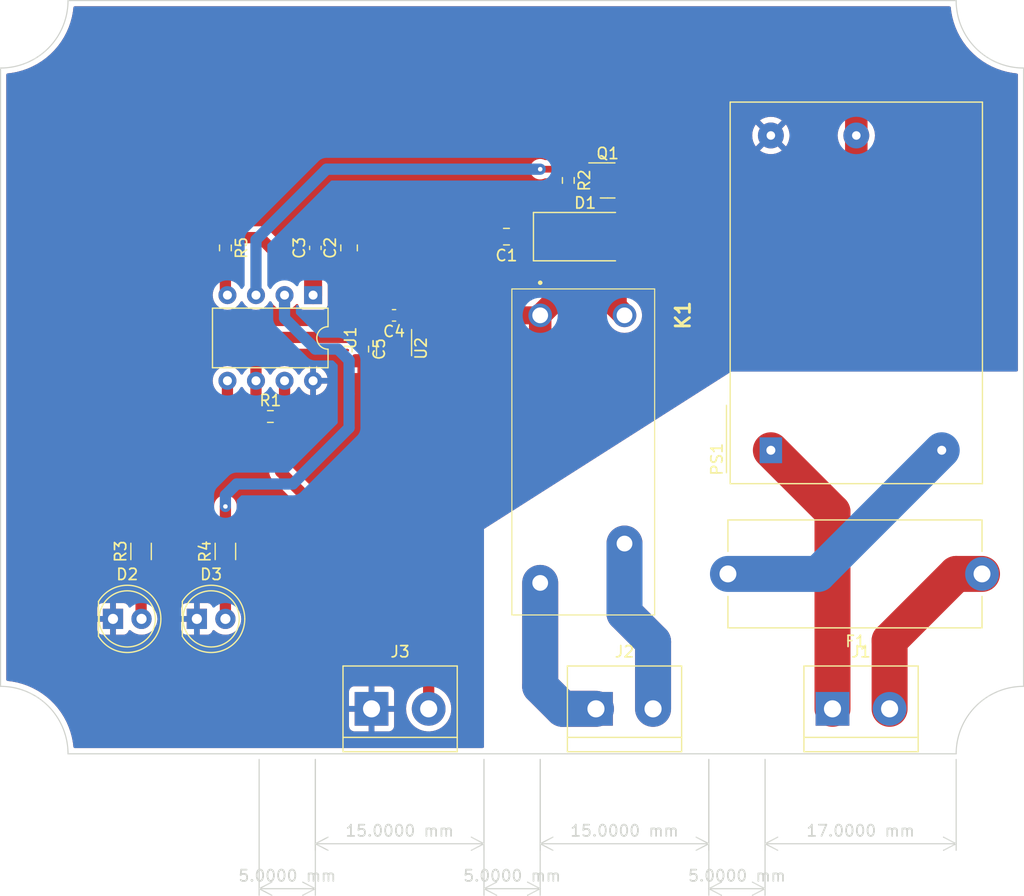
<source format=kicad_pcb>
(kicad_pcb (version 20211014) (generator pcbnew)
  (title_block (title "Fridge controller") (date "2023-02-26") (company "(C) Adrien RICCIARDI"))
  (layers (0 "F.Cu" signal) (31 "B.Cu" signal) (34 "B.Paste" user) (35 "F.Paste" user) (36 "B.SilkS" user "B.Silkscreen") (37 "F.SilkS" user "F.Silkscreen") (38 "B.Mask" user) (39 "F.Mask" user) (44 "Edge.Cuts" user))
  (net 0 "")
  (net 1 "+5V")
  (net 2 "GND")
  (net 3 "+4V")
  (net 4 "Net-(D1-Pad2)")
  (net 5 "Net-(D2-Pad2)")
  (net 6 "Net-(D3-Pad2)")
  (net 7 "Net-(F1-Pad1)")
  (net 8 "Net-(F1-Pad2)")
  (net 9 "Net-(J1-Pad1)")
  (net 10 "Net-(J2-Pad1)")
  (net 11 "Net-(J2-Pad2)")
  (net 12 "Net-(J3-Pad2)")
  (net 13 "Net-(Q1-Pad1)")
  (net 14 "Net-(R3-Pad2)")
  (net 15 "Net-(R4-Pad2)")
  (net 16 "Net-(R5-Pad2)")
  (footprint "LED_THT:LED_D5.0mm" (layer "F.Cu") (at 110 128)
    (fp_text reference "D2" (at 1.27 -3.96) (layer "F.SilkS"))
    (fp_text value "Power")
    (fp_line (start -1.29 -1.545) (end -1.29 1.545) (layer "F.SilkS") (width 0.12))
    (fp_arc (start -1.29 -1.54483) (mid 2.072002 -2.880433) (end 4.26 0.000462) (layer "F.SilkS") (width 0.12))
    (fp_arc (start 4.26 -0.000462) (mid 2.072002 2.880433) (end -1.29 1.54483) (layer "F.SilkS") (width 0.12))
    (fp_circle (center 1.27 0) (end 3.77 0) (layer "F.SilkS") (width 0.12) (fill none))
    (pad "1" thru_hole rect (at 0 0) (size 1.8 1.8) (drill 0.9) (layers *.Cu *.Mask) (net 2 "GND"))
    (pad "2" thru_hole circle (at 2.54 0) (size 1.8 1.8) (drill 0.9) (layers *.Cu *.Mask) (net 5 "Net-(D2-Pad2)"))
  )
  (footprint "Resistor_SMD:R_0603_1608Metric_Pad0.98x0.95mm_HandSolder" (layer "F.Cu") (at 124 110)
    (fp_text reference "R1" (at 0 -1.43) (layer "F.SilkS"))
    (fp_text value "10K")
    (fp_line (start -0.254724 -0.5225) (end 0.254724 -0.5225) (layer "F.SilkS") (width 0.12))
    (fp_line (start -0.254724 0.5225) (end 0.254724 0.5225) (layer "F.SilkS") (width 0.12))
    (pad "1" smd roundrect (at -0.9125 0) (size 0.975 0.95) (layers "F.Cu" "F.Paste" "F.Mask") (net 3 "+4V"))
    (pad "2" smd roundrect (at 0.9125 0) (size 0.975 0.95) (layers "F.Cu" "F.Paste" "F.Mask") (net 12 "Net-(J3-Pad2)"))
  )
  (footprint "Capacitor_SMD:C_0805_2012Metric_Pad1.18x1.45mm_HandSolder" (layer "F.Cu") (at 145 94 180)
    (fp_text reference "C1" (at 0 -1.68) (layer "F.SilkS"))
    (fp_text value "2.2u")
    (fp_line (start -0.261252 -0.735) (end 0.261252 -0.735) (layer "F.SilkS") (width 0.12))
    (fp_line (start -0.261252 0.735) (end 0.261252 0.735) (layer "F.SilkS") (width 0.12))
    (pad "1" smd roundrect (at -1.0375 0 180) (size 1.175 1.45) (layers "F.Cu" "F.Paste" "F.Mask") (roundrect_rratio 0.212766) (net 1 "+5V"))
    (pad "2" smd roundrect (at 1.0375 0 180) (size 1.175 1.45) (layers "F.Cu" "F.Paste" "F.Mask") (roundrect_rratio 0.212766) (net 2 "GND"))
  )
  (footprint "Package_DIP:DIP-8_W7.62mm" (layer "F.Cu") (at 127.8 99.2 -90)
    (fp_text reference "U1" (at 3.81 -3.33 90) (layer "F.SilkS"))
    (fp_text value "PIC12F683-IP")
    (fp_line (start 6.46 -1.33) (end 4.81 -1.33) (layer "F.SilkS") (width 0.12))
    (fp_line (start 1.16 8.95) (end 6.46 8.95) (layer "F.SilkS") (width 0.12))
    (fp_line (start 2.81 -1.33) (end 1.16 -1.33) (layer "F.SilkS") (width 0.12))
    (fp_line (start 1.16 -1.33) (end 1.16 8.95) (layer "F.SilkS") (width 0.12))
    (fp_line (start 6.46 8.95) (end 6.46 -1.33) (layer "F.SilkS") (width 0.12))
    (fp_arc (start 4.81 -1.33) (mid 3.81 -0.33) (end 2.81 -1.33) (layer "F.SilkS") (width 0.12))
    (pad "1" thru_hole rect (at 0 0 270) (size 1.6 1.6) (drill 0.8) (layers *.Cu *.Mask) (net 1 "+5V"))
    (pad "2" thru_hole oval (at 0 2.54 270) (size 1.6 1.6) (drill 0.8) (layers *.Cu *.Mask) (net 15 "Net-(R4-Pad2)"))
    (pad "3" thru_hole oval (at 0 5.08 270) (size 1.6 1.6) (drill 0.8) (layers *.Cu *.Mask) (net 13 "Net-(Q1-Pad1)"))
    (pad "4" thru_hole oval (at 0 7.62 270) (size 1.6 1.6) (drill 0.8) (layers *.Cu *.Mask) (net 16 "Net-(R5-Pad2)"))
    (pad "5" thru_hole oval (at 7.62 7.62 270) (size 1.6 1.6) (drill 0.8) (layers *.Cu *.Mask) (net 14 "Net-(R3-Pad2)"))
    (pad "6" thru_hole oval (at 7.62 5.08 270) (size 1.6 1.6) (drill 0.8) (layers *.Cu *.Mask) (net 3 "+4V"))
    (pad "7" thru_hole oval (at 7.62 2.54 270) (size 1.6 1.6) (drill 0.8) (layers *.Cu *.Mask) (net 12 "Net-(J3-Pad2)"))
    (pad "8" thru_hole oval (at 7.62 0 270) (size 1.6 1.6) (drill 0.8) (layers *.Cu *.Mask) (net 2 "GND"))
  )
  (footprint "Resistor_SMD:R_0603_1608Metric_Pad0.98x0.95mm_HandSolder" (layer "F.Cu") (at 150.5 89 -90)
    (fp_text reference "R2" (at 0 -1.43 90) (layer "F.SilkS"))
    (fp_text value "10K")
    (fp_line (start -0.254724 -0.5225) (end 0.254724 -0.5225) (layer "F.SilkS") (width 0.12))
    (fp_line (start -0.254724 0.5225) (end 0.254724 0.5225) (layer "F.SilkS") (width 0.12))
    (pad "1" smd roundrect (at -0.9125 0 270) (size 0.975 0.95) (layers "F.Cu" "F.Paste" "F.Mask") (net 13 "Net-(Q1-Pad1)"))
    (pad "2" smd roundrect (at 0.9125 0 270) (size 0.975 0.95) (layers "F.Cu" "F.Paste" "F.Mask") (net 2 "GND"))
  )
  (footprint "Resistor_SMD:R_1206_3216Metric_Pad1.30x1.75mm_HandSolder" (layer "F.Cu") (at 120 122 90)
    (fp_text reference "R4" (at 0 -1.82 90) (layer "F.SilkS"))
    (fp_text value "270")
    (fp_line (start -0.727064 -0.91) (end 0.727064 -0.91) (layer "F.SilkS") (width 0.12))
    (fp_line (start -0.727064 0.91) (end 0.727064 0.91) (layer "F.SilkS") (width 0.12))
    (pad "1" smd roundrect (at -1.55 0 90) (size 1.3 1.75) (layers "F.Cu" "F.Paste" "F.Mask") (roundrect_rratio 0.192308) (net 6 "Net-(D3-Pad2)"))
    (pad "2" smd roundrect (at 1.55 0 90) (size 1.3 1.75) (layers "F.Cu" "F.Paste" "F.Mask") (roundrect_rratio 0.192308) (net 15 "Net-(R4-Pad2)"))
  )
  (footprint "Diode_SMD:D_SMB_Handsoldering" (layer "F.Cu") (at 152 94)
    (fp_text reference "D1" (at 0 -3) (layer "F.SilkS"))
    (fp_text value "S1BB-13-F")
    (fp_line (start -4.6 2.15) (end 2.7 2.15) (layer "F.SilkS") (width 0.12))
    (fp_line (start -4.6 -2.15) (end 2.7 -2.15) (layer "F.SilkS") (width 0.12))
    (fp_line (start -4.6 -2.15) (end -4.6 2.15) (layer "F.SilkS") (width 0.12))
    (pad "1" smd rect (at -2.7 0) (size 3.5 2.3) (layers "F.Cu" "F.Paste" "F.Mask") (net 1 "+5V"))
    (pad "2" smd rect (at 2.7 0) (size 3.5 2.3) (layers "F.Cu" "F.Paste" "F.Mask") (net 4 "Net-(D1-Pad2)"))
  )
  (footprint "Package_TO_SOT_SMD:SOT-23" (layer "F.Cu") (at 154 89)
    (fp_text reference "Q1" (at 0 -2.4) (layer "F.SilkS"))
    (fp_text value "DMG3414U")
    (fp_line (start 0 -1.56) (end 0.65 -1.56) (layer "F.SilkS") (width 0.12))
    (fp_line (start 0 1.56) (end -0.65 1.56) (layer "F.SilkS") (width 0.12))
    (fp_line (start 0 1.56) (end 0.65 1.56) (layer "F.SilkS") (width 0.12))
    (fp_line (start 0 -1.56) (end -1.675 -1.56) (layer "F.SilkS") (width 0.12))
    (pad "1" smd roundrect (at -0.9375 -0.95) (size 1.475 0.6) (layers "F.Cu" "F.Paste" "F.Mask") (net 13 "Net-(Q1-Pad1)"))
    (pad "2" smd roundrect (at -0.9375 0.95) (size 1.475 0.6) (layers "F.Cu" "F.Paste" "F.Mask") (net 2 "GND"))
    (pad "3" smd roundrect (at 0.9375 0) (size 1.475 0.6) (layers "F.Cu" "F.Paste" "F.Mask") (net 4 "Net-(D1-Pad2)"))
  )
  (footprint "TerminalBlock:TerminalBlock_bornier-2_P5.08mm" (layer "F.Cu") (at 152.96 136)
    (fp_text reference "J2" (at 2.54 -5.08) (layer "F.SilkS"))
    (fp_text value "CTB0508/2")
    (fp_line (start 7.62 3.81) (end 7.62 -3.81) (layer "F.SilkS") (width 0.12))
    (fp_line (start 7.62 -3.81) (end -2.54 -3.81) (layer "F.SilkS") (width 0.12))
    (fp_line (start 7.62 2.54) (end -2.54 2.54) (layer "F.SilkS") (width 0.12))
    (fp_line (start -2.54 3.81) (end 7.62 3.81) (layer "F.SilkS") (width 0.12))
    (fp_line (start -2.54 -3.81) (end -2.54 3.81) (layer "F.SilkS") (width 0.12))
    (pad "1" thru_hole rect (at 0 0) (size 3 3) (drill 1.52) (layers *.Cu *.Mask) (net 10 "Net-(J2-Pad1)"))
    (pad "2" thru_hole circle (at 5.08 0) (size 3 3) (drill 1.52) (layers *.Cu *.Mask) (net 11 "Net-(J2-Pad2)"))
  )
  (footprint "TerminalBlock:TerminalBlock_bornier-2_P5.08mm" (layer "F.Cu") (at 133 136)
    (fp_text reference "J3" (at 2.54 -5.08) (layer "F.SilkS"))
    (fp_text value "CTB0508/2")
    (fp_line (start -2.54 -3.81) (end -2.54 3.81) (layer "F.SilkS") (width 0.12))
    (fp_line (start -2.54 3.81) (end 7.62 3.81) (layer "F.SilkS") (width 0.12))
    (fp_line (start 7.62 -3.81) (end -2.54 -3.81) (layer "F.SilkS") (width 0.12))
    (fp_line (start 7.62 3.81) (end 7.62 -3.81) (layer "F.SilkS") (width 0.12))
    (fp_line (start 7.62 2.54) (end -2.54 2.54) (layer "F.SilkS") (width 0.12))
    (pad "1" thru_hole rect (at 0 0) (size 3 3) (drill 1.52) (layers *.Cu *.Mask) (net 2 "GND"))
    (pad "2" thru_hole circle (at 5.08 0) (size 3 3) (drill 1.52) (layers *.Cu *.Mask) (net 12 "Net-(J3-Pad2)"))
  )
  (footprint "Capacitor_SMD:C_0603_1608Metric_Pad1.08x0.95mm_HandSolder" (layer "F.Cu") (at 135 101 180)
    (fp_text reference "C4" (at 0 -1.43) (layer "F.SilkS"))
    (fp_text value "100n")
    (fp_line (start -0.146267 0.51) (end 0.146267 0.51) (layer "F.SilkS") (width 0.12))
    (fp_line (start -0.146267 -0.51) (end 0.146267 -0.51) (layer "F.SilkS") (width 0.12))
    (pad "1" smd roundrect (at -0.8625 0 180) (size 1.075 0.95) (layers "F.Cu" "F.Paste" "F.Mask") (net 1 "+5V"))
    (pad "2" smd roundrect (at 0.8625 0 180) (size 1.075 0.95) (layers "F.Cu" "F.Paste" "F.Mask") (net 2 "GND"))
  )
  (footprint "TerminalBlock:TerminalBlock_bornier-2_P5.08mm" (layer "F.Cu") (at 174 136)
    (fp_text reference "J1" (at 2.54 -5.08) (layer "F.SilkS"))
    (fp_text value "CTB0508/2")
    (fp_line (start -2.54 -3.81) (end -2.54 3.81) (layer "F.SilkS") (width 0.12))
    (fp_line (start 7.62 3.81) (end 7.62 -3.81) (layer "F.SilkS") (width 0.12))
    (fp_line (start 7.62 2.54) (end -2.54 2.54) (layer "F.SilkS") (width 0.12))
    (fp_line (start -2.54 3.81) (end 7.62 3.81) (layer "F.SilkS") (width 0.12))
    (fp_line (start 7.62 -3.81) (end -2.54 -3.81) (layer "F.SilkS") (width 0.12))
    (pad "1" thru_hole rect (at 0 0) (size 3 3) (drill 1.52) (layers *.Cu *.Mask) (net 9 "Net-(J1-Pad1)"))
    (pad "2" thru_hole circle (at 5.08 0) (size 3 3) (drill 1.52) (layers *.Cu *.Mask) (net 7 "Net-(F1-Pad1)"))
  )
  (footprint "Resistor_SMD:R_1206_3216Metric_Pad1.30x1.75mm_HandSolder" (layer "F.Cu") (at 112.5 122 90)
    (fp_text reference "R3" (at 0 -1.82 90) (layer "F.SilkS"))
    (fp_text value "270")
    (fp_line (start -0.727064 0.91) (end 0.727064 0.91) (layer "F.SilkS") (width 0.12))
    (fp_line (start -0.727064 -0.91) (end 0.727064 -0.91) (layer "F.SilkS") (width 0.12))
    (pad "1" smd roundrect (at -1.55 0 90) (size 1.3 1.75) (layers "F.Cu" "F.Paste" "F.Mask") (roundrect_rratio 0.192308) (net 5 "Net-(D2-Pad2)"))
    (pad "2" smd roundrect (at 1.55 0 90) (size 1.3 1.75) (layers "F.Cu" "F.Paste" "F.Mask") (roundrect_rratio 0.192308) (net 14 "Net-(R3-Pad2)"))
  )
  (footprint "Capacitor_SMD:C_0805_2012Metric_Pad1.18x1.45mm_HandSolder" (layer "F.Cu") (at 132 104 -90)
    (fp_text reference "C5" (at 0 -1.68 90) (layer "F.SilkS"))
    (fp_text value "2.2u")
    (fp_line (start -0.261252 0.735) (end 0.261252 0.735) (layer "F.SilkS") (width 0.12))
    (fp_line (start -0.261252 -0.735) (end 0.261252 -0.735) (layer "F.SilkS") (width 0.12))
    (pad "1" smd roundrect (at -1.0375 0 270) (size 1.175 1.45) (layers "F.Cu" "F.Paste" "F.Mask") (roundrect_rratio 0.212766) (net 3 "+4V"))
    (pad "2" smd roundrect (at 1.0375 0 270) (size 1.175 1.45) (layers "F.Cu" "F.Paste" "F.Mask") (roundrect_rratio 0.212766) (net 2 "GND"))
  )
  (footprint "RZ01-1A4-D005:RZ01-1A4-D005" (layer "F.Cu") (at 148 101 -90)
    (fp_text reference "K1" (at 0 -12.7 90) (layer "F.SilkS") (effects (font (size 1.27 1.27) (thickness 0.254))))
    (fp_text value "RZ01-1A4-D005" hide)
    (fp_line (start -2.35 -10.18) (end -2.35 2.52) (layer "F.SilkS") (width 0.1))
    (fp_line (start -2.9 -0.1) (end -2.9 -0.1) (layer "F.SilkS") (width 0.2))
    (fp_line (start -2.9 0.1) (end -2.9 0.1) (layer "F.SilkS") (width 0.2))
    (fp_line (start -2.35 2.52) (end 26.65 2.52) (layer "F.SilkS") (width 0.1))
    (fp_line (start 26.65 -10.18) (end -2.35 -10.18) (layer "F.SilkS") (width 0.1))
    (fp_line (start 26.65 2.52) (end 26.65 -10.18) (layer "F.SilkS") (width 0.1))
    (fp_arc (start -2.9 0.1) (mid -3 0) (end -2.9 -0.1) (layer "F.SilkS") (width 0.2))
    (fp_arc (start -2.9 -0.1) (mid -2.8 0) (end -2.9 0.1) (layer "F.SilkS") (width 0.2))
    (pad "11" thru_hole circle (at 20.3 -7.5 270) (size 2.1 2.1) (drill 1.4) (layers *.Cu *.Mask) (net 11 "Net-(J2-Pad2)"))
    (pad "14" thru_hole circle (at 23.8 0 270) (size 2.1 2.1) (drill 1.4) (layers *.Cu *.Mask) (net 10 "Net-(J2-Pad1)"))
    (pad "A1" thru_hole circle (at 0 0 270) (size 2.1 2.1) (drill 1.4) (layers *.Cu *.Mask) (net 1 "+5V"))
    (pad "A2" thru_hole circle (at 0 -7.5 270) (size 2.1 2.1) (drill 1.4) (layers *.Cu *.Mask) (net 4 "Net-(D1-Pad2)"))
  )
  (footprint "Converter_ACDC:Converter_ACDC_MeanWell_IRM-02-xx_THT" (layer "F.Cu") (at 168.5175 113 90)
    (fp_text reference "PS1" (at -0.8 -4.8 90) (layer "F.SilkS"))
    (fp_text value "IRM-02-5")
    (fp_line (start 30.97 -3.62) (end 30.97 18.82) (layer "F.SilkS") (width 0.12))
    (fp_line (start -2 -3.95) (end 4 -3.95) (layer "F.SilkS") (width 0.12))
    (fp_line (start -2.97 -3.62) (end 30.97 -3.62) (layer "F.SilkS") (width 0.12))
    (fp_line (start -2.97 18.82) (end 30.97 18.82) (layer "F.SilkS") (width 0.12))
    (fp_line (start -2.97 18.82) (end -2.97 -3.62) (layer "F.SilkS") (width 0.12))
    (pad "1" thru_hole rect (at 0 0 90) (size 2.3 2) (drill 0.8) (layers *.Cu *.Mask) (net 9 "Net-(J1-Pad1)"))
    (pad "2" thru_hole circle (at 0 15.2 90) (size 2.3 2.3) (drill 0.8) (layers *.Cu *.Mask) (net 8 "Net-(F1-Pad2)"))
    (pad "3" thru_hole circle (at 28 0 90) (size 2.3 2.3) (drill 0.76) (layers *.Cu *.Mask) (net 2 "GND"))
    (pad "4" thru_hole circle (at 28 7.6 90) (size 2.3 2.3) (drill 0.76) (layers *.Cu *.Mask) (net 1 "+5V"))
  )
  (footprint "Resistor_SMD:R_0603_1608Metric_Pad0.98x0.95mm_HandSolder" (layer "F.Cu") (at 120 95 -90)
    (fp_text reference "R5" (at 0 -1.43 90) (layer "F.SilkS"))
    (fp_text value "10K")
    (fp_line (start -0.254724 0.5225) (end 0.254724 0.5225) (layer "F.SilkS") (width 0.12))
    (fp_line (start -0.254724 -0.5225) (end 0.254724 -0.5225) (layer "F.SilkS") (width 0.12))
    (pad "1" smd roundrect (at -0.9125 0 270) (size 0.975 0.95) (layers "F.Cu" "F.Paste" "F.Mask") (net 1 "+5V"))
    (pad "2" smd roundrect (at 0.9125 0 270) (size 0.975 0.95) (layers "F.Cu" "F.Paste" "F.Mask") (net 16 "Net-(R5-Pad2)"))
  )
  (footprint "LED_THT:LED_D5.0mm" (layer "F.Cu") (at 117.46 128)
    (fp_text reference "D3" (at 1.27 -3.96) (layer "F.SilkS"))
    (fp_text value "Compressor")
    (fp_line (start -1.29 -1.545) (end -1.29 1.545) (layer "F.SilkS") (width 0.12))
    (fp_arc (start 4.26 -0.000462) (mid 2.072002 2.880433) (end -1.29 1.54483) (layer "F.SilkS") (width 0.12))
    (fp_arc (start -1.29 -1.54483) (mid 2.072002 -2.880433) (end 4.26 0.000462) (layer "F.SilkS") (width 0.12))
    (fp_circle (center 1.27 0) (end 3.77 0) (layer "F.SilkS") (width 0.12) (fill none))
    (pad "1" thru_hole rect (at 0 0) (size 1.8 1.8) (drill 0.9) (layers *.Cu *.Mask) (net 2 "GND"))
    (pad "2" thru_hole circle (at 2.54 0) (size 1.8 1.8) (drill 0.9) (layers *.Cu *.Mask) (net 6 "Net-(D3-Pad2)"))
  )
  (footprint "Capacitor_SMD:C_0805_2012Metric_Pad1.18x1.45mm_HandSolder" (layer "F.Cu") (at 131 95 90)
    (fp_text reference "C2" (at 0 -1.68 90) (layer "F.SilkS"))
    (fp_text value "2.2u")
    (fp_line (start -0.261252 0.735) (end 0.261252 0.735) (layer "F.SilkS") (width 0.12))
    (fp_line (start -0.261252 -0.735) (end 0.261252 -0.735) (layer "F.SilkS") (width 0.12))
    (pad "1" smd roundrect (at -1.0375 0 90) (size 1.175 1.45) (layers "F.Cu" "F.Paste" "F.Mask") (roundrect_rratio 0.212766) (net 1 "+5V"))
    (pad "2" smd roundrect (at 1.0375 0 90) (size 1.175 1.45) (layers "F.Cu" "F.Paste" "F.Mask") (roundrect_rratio 0.212766) (net 2 "GND"))
  )
  (footprint "Fuse:Fuseholder_Cylinder-5x20mm_Stelvio-Kontek_PTF78_Horizontal_Open" (layer "F.Cu") (at 187.3 124 180)
    (fp_text reference "F1" (at 11.25 -6) (layer "F.SilkS"))
    (fp_text value "696101000002")
    (fp_line (start 22.6 -2) (end 22.6 -4.8) (layer "F.SilkS") (width 0.12))
    (fp_line (start 22.6 4.8) (end 22.6 2) (layer "F.SilkS") (width 0.12))
    (fp_line (start 0 -4.8) (end 22.6 -4.8) (layer "F.SilkS") (width 0.12))
    (fp_line (start 0 4.8) (end 22.6 4.8) (layer "F.SilkS") (width 0.12))
    (fp_line (start 0 4.8) (end 0 2) (layer "F.SilkS") (width 0.12))
    (fp_line (start 0 -2) (end 0 -4.8) (layer "F.SilkS") (width 0.12))
    (pad "1" thru_hole circle (at 0 0 180) (size 3 3) (drill 1.5) (layers *.Cu *.Mask) (net 7 "Net-(F1-Pad1)"))
    (pad "2" thru_hole circle (at 22.6 0 180) (size 3 3) (drill 1.5) (layers *.Cu *.Mask) (net 8 "Net-(F1-Pad2)"))
  )
  (footprint "Package_TO_SOT_SMD:SOT-23" (layer "F.Cu") (at 135 103.9375 -90)
    (fp_text reference "U2" (at 0 -2.4 90) (layer "F.SilkS"))
    (fp_text value "MCP1541T-ITT")
    (fp_line (start 0 1.56) (end -0.65 1.56) (layer "F.SilkS") (width 0.12))
    (fp_line (start 0 1.56) (end 0.65 1.56) (layer "F.SilkS") (width 0.12))
    (fp_line (start 0 -1.56) (end 0.65 -1.56) (layer "F.SilkS") (width 0.12))
    (fp_line (start 0 -1.56) (end -1.675 -1.56) (layer "F.SilkS") (width 0.12))
    (pad "1" smd roundrect (at -0.9375 -0.95 270) (size 1.475 0.6) (layers "F.Cu" "F.Paste" "F.Mask") (net 1 "+5V"))
    (pad "2" smd roundrect (at -0.9375 0.95 270) (size 1.475 0.6) (layers "F.Cu" "F.Paste" "F.Mask") (net 3 "+4V"))
    (pad "3" smd roundrect (at 0.9375 0 270) (size 1.475 0.6) (layers "F.Cu" "F.Paste" "F.Mask") (net 2 "GND"))
  )
  (footprint "Capacitor_SMD:C_0603_1608Metric_Pad1.08x0.95mm_HandSolder" (layer "F.Cu") (at 128 95 90)
    (fp_text reference "C3" (at 0 -1.43 90) (layer "F.SilkS"))
    (fp_text value "100n")
    (fp_line (start -0.146267 -0.51) (end 0.146267 -0.51) (layer "F.SilkS") (width 0.12))
    (fp_line (start -0.146267 0.51) (end 0.146267 0.51) (layer "F.SilkS") (width 0.12))
    (pad "1" smd roundrect (at -0.8625 0 90) (size 1.075 0.95) (layers "F.Cu" "F.Paste" "F.Mask") (net 1 "+5V"))
    (pad "2" smd roundrect (at 0.8625 0 90) (size 1.075 0.95) (layers "F.Cu" "F.Paste" "F.Mask") (net 2 "GND"))
  )
  (gr_arc (start 106 73) (mid 104.242641 77.242641) (end 100 79) (layer "Edge.Cuts") (width 0.1))
  (gr_line (start 106 140) (end 185 140) (layer "Edge.Cuts") (width 0.1))
  (gr_line (start 191 79) (end 191 134) (layer "Edge.Cuts") (width 0.1))
  (gr_line (start 106 73) (end 185 73) (layer "Edge.Cuts") (width 0.1))
  (gr_arc (start 185 140) (mid 186.757359 135.757359) (end 191 134) (layer "Edge.Cuts") (width 0.1))
  (gr_line (start 100 79) (end 100 134) (layer "Edge.Cuts") (width 0.1))
  (gr_arc (start 191 79) (mid 186.757359 77.242641) (end 185 73) (layer "Edge.Cuts") (width 0.1))
  (gr_arc (start 100 134) (mid 104.242641 135.757359) (end 106 140) (layer "Edge.Cuts") (width 0.1))
  (dimension (type aligned) (layer "Edge.Cuts") (pts (xy 168 140) (xy 163 140)) (height -12) (gr_text "5,0000 mm" (at 165.5 150.85) (layer "Edge.Cuts") (effects (font (size 1 1) (thickness 0.15)))) (format (units 3) (units_format 1) (precision 4)) (style (thickness 0.1) (arrow_length 1.27) (text_position_mode 0) (extension_height 0.58642) (extension_offset 0.5) keep_text_aligned))
  (dimension (type aligned) (layer "Edge.Cuts") (pts (xy 143 140) (xy 128 140)) (height -8) (gr_text "15,0000 mm" (at 135.5 146.85) (layer "Edge.Cuts") (effects (font (size 1 1) (thickness 0.15)))) (format (units 3) (units_format 1) (precision 4)) (style (thickness 0.1) (arrow_length 1.27) (text_position_mode 0) (extension_height 0.58642) (extension_offset 0.5) keep_text_aligned))
  (dimension (type aligned) (layer "Edge.Cuts") (pts (xy 163 140) (xy 148 140)) (height -8) (gr_text "15,0000 mm" (at 155.5 146.85) (layer "Edge.Cuts") (effects (font (size 1 1) (thickness 0.15)))) (format (units 3) (units_format 1) (precision 4)) (style (thickness 0.1) (arrow_length 1.27) (text_position_mode 0) (extension_height 0.58642) (extension_offset 0.5) keep_text_aligned))
  (dimension (type aligned) (layer "Edge.Cuts") (pts (xy 148 140) (xy 143 140)) (height -12) (gr_text "5,0000 mm" (at 145.5 150.85) (layer "Edge.Cuts") (effects (font (size 1 1) (thickness 0.15)))) (format (units 3) (units_format 1) (precision 4)) (style (thickness 0.1) (arrow_length 1.27) (text_position_mode 0) (extension_height 0.58642) (extension_offset 0.5) keep_text_aligned))
  (dimension (type aligned) (layer "Edge.Cuts") (pts (xy 185 140) (xy 168 140)) (height -8) (gr_text "17,0000 mm" (at 176.5 146.85) (layer "Edge.Cuts") (effects (font (size 1 1) (thickness 0.15)))) (format (units 3) (units_format 1) (precision 4)) (style (thickness 0.1) (arrow_length 1.27) (text_position_mode 0) (extension_height 0.58642) (extension_offset 0.5) keep_text_aligned))
  (dimension (type aligned) (layer "Edge.Cuts") (pts (xy 128 140) (xy 123 140)) (height -12) (gr_text "5,0000 mm" (at 125.5 150.85) (layer "Edge.Cuts") (effects (font (size 1 1) (thickness 0.15)))) (format (units 3) (units_format 1) (precision 4)) (style (thickness 0.1) (arrow_length 1.27) (text_position_mode 0) (extension_height 0.58642) (extension_offset 0.5) keep_text_aligned))
  (segment (start 127.8 96.2) (end 128 96) (width 1.6) (layer "F.Cu") (net 1))
  (segment (start 149.3 94) (end 149.3 99.7) (width 2) (layer "F.Cu") (net 1))
  (segment (start 135.8625 101) (end 135.8625 99.2125) (width 0.6) (layer "F.Cu") (net 1))
  (segment (start 135.95 101.0875) (end 135.8625 101) (width 0.6) (layer "F.Cu") (net 1))
  (segment (start 131 96.0375) (end 128.175 96.0375) (width 1.6) (layer "F.Cu") (net 1))
  (segment (start 149.3 99.7) (end 148 101) (width 2) (layer "F.Cu") (net 1))
  (segment (start 127.8 99.2) (end 127.8 96.2) (width 1.6) (layer "F.Cu") (net 1))
  (segment (start 148 104) (end 149 105) (width 2) (layer "F.Cu") (net 1))
  (segment (start 131 96.0375) (end 139.0375 96.0375) (width 1.6) (layer "F.Cu") (net 1))
  (segment (start 159 105) (end 176.1175 87.8825) (width 2) (layer "F.Cu") (net 1))
  (segment (start 124 95) (end 125 96) (width 1) (layer "F.Cu") (net 1))
  (segment (start 125 96) (end 127.8625 96) (width 1) (layer "F.Cu") (net 1))
  (segment (start 139.0375 96.0375) (end 144 101) (width 1.6) (layer "F.Cu") (net 1))
  (segment (start 148 101) (end 148 104) (width 2) (layer "F.Cu") (net 1))
  (segment (start 120 94.0875) (end 120 82) (width 2) (layer "F.Cu") (net 1))
  (segment (start 176.1175 85) (end 176.1175 81.1175) (width 2) (layer "F.Cu") (net 1))
  (segment (start 135.95 103) (end 135.95 101.0875) (width 0.6) (layer "F.Cu") (net 1))
  (segment (start 144 101) (end 148 101) (width 1.6) (layer "F.Cu") (net 1))
  (segment (start 174 79) (end 123 79) (width 2) (layer "F.Cu") (net 1))
  (segment (start 176.1175 87.8825) (end 176.1175 85) (width 2) (layer "F.Cu") (net 1))
  (segment (start 127.8625 96) (end 128 95.8625) (width 1) (layer "F.Cu") (net 1))
  (segment (start 159 105) (end 149 105) (width 2) (layer "F.Cu") (net 1))
  (segment (start 128.175 96.0375) (end 128 95.8625) (width 1.6) (layer "F.Cu") (net 1))
  (segment (start 120 94.0875) (end 123.0875 94.0875) (width 1) (layer "F.Cu") (net 1))
  (segment (start 123.0875 94.0875) (end 124 95) (width 1) (layer "F.Cu") (net 1))
  (segment (start 176.1175 81.1175) (end 174 79) (width 2) (layer "F.Cu") (net 1))
  (segment (start 146.0375 94) (end 149.3 94) (width 1.6) (layer "F.Cu") (net 1))
  (segment (start 123 79) (end 122 80) (width 2) (layer "F.Cu") (net 1))
  (segment (start 120 82) (end 123 79) (width 2) (layer "F.Cu") (net 1))
  (segment (start 135.8625 99.2125) (end 139.0375 96.0375) (width 0.6) (layer "F.Cu") (net 1))
  (segment (start 122.72 104.28) (end 122.72 106.82) (width 1) (layer "F.Cu") (net 3))
  (segment (start 122.72 106.82) (end 122.72 109.6325) (width 1) (layer "F.Cu") (net 3))
  (segment (start 124.0375 102.9625) (end 122.72 104.28) (width 1) (layer "F.Cu") (net 3))
  (segment (start 132 102.9625) (end 124.0375 102.9625) (width 1) (layer "F.Cu") (net 3))
  (segment (start 122.72 109.6325) (end 123.0875 110) (width 1) (layer "F.Cu") (net 3))
  (segment (start 132.0375 103) (end 132 102.9625) (width 1) (layer "F.Cu") (net 3))
  (segment (start 154.7 89.2375) (end 154.9375 89) (width 1) (layer "F.Cu") (net 4))
  (segment (start 154.7 100.2) (end 155.5 101) (width 2) (layer "F.Cu") (net 4))
  (segment (start 154.7 94) (end 154.7 100.2) (width 2) (layer "F.Cu") (net 4))
  (segment (start 154.7 94) (end 154.7 89.2375) (width 1) (layer "F.Cu") (net 4))
  (segment (start 112.5 127.96) (end 112.54 128) (width 1) (layer "F.Cu") (net 5))
  (segment (start 112.5 123.55) (end 112.5 127.96) (width 1) (layer "F.Cu") (net 5))
  (segment (start 120 123.55) (end 120 128) (width 1) (layer "F.Cu") (net 6))
  (segment (start 185 124) (end 179.08 129.92) (width 3.2) (layer "F.Cu") (net 7))
  (segment (start 179.08 129.92) (end 179.08 136) (width 3.2) (layer "F.Cu") (net 7))
  (segment (start 187.3 124) (end 185 124) (width 3.2) (layer "F.Cu") (net 7))
  (segment (start 172.7175 124) (end 183.7175 113) (width 3.2) (layer "B.Cu") (net 8))
  (segment (start 164.7 124) (end 172.7175 124) (width 3.2) (layer "B.Cu") (net 8))
  (segment (start 174 136) (end 174 118.4825) (width 3.2) (layer "F.Cu") (net 9))
  (segment (start 174 118.4825) (end 168.5175 113) (width 3.2) (layer "F.Cu") (net 9))
  (segment (start 150 136) (end 148 134) (width 3.2) (layer "F.Cu") (net 10))
  (segment (start 148 134) (end 148 124.8) (width 3.2) (layer "F.Cu") (net 10))
  (segment (start 152.96 136) (end 150 136) (width 3.2) (layer "F.Cu") (net 10))
  (segment (start 148 124.8) (end 148 134) (width 3.2) (layer "B.Cu") (net 10))
  (segment (start 148 134) (end 150 136) (width 3.2) (layer "B.Cu") (net 10))
  (segment (start 150 136) (end 152.96 136) (width 3.2) (layer "B.Cu") (net 10))
  (segment (start 158.04 130.04) (end 158.04 136) (width 3.2) (layer "F.Cu") (net 11))
  (segment (start 155.5 127.5) (end 158.04 130.04) (width 3.2) (layer "F.Cu") (net 11))
  (segment (start 155.5 121.3) (end 155.5 127.5) (width 3.2) (layer "F.Cu") (net 11))
  (segment (start 155.5 127.5) (end 158.04 130.04) (width 3.2) (layer "B.Cu") (net 11))
  (segment (start 155.5 121.3) (end 155.5 127.5) (width 3.2) (layer "B.Cu") (net 11))
  (segment (start 158.04 130.04) (end 158.04 136) (width 3.2) (layer "B.Cu") (net 11))
  (segment (start 125.26 106.82) (end 125.26 109.6525) (width 1) (layer "F.Cu") (net 12))
  (segment (start 125.26 109.6525) (end 124.9125 110) (width 1) (layer "F.Cu") (net 12))
  (segment (start 124.9125 114.9125) (end 138.08 128.08) (width 1) (layer "F.Cu") (net 12))
  (segment (start 138.08 128.08) (end 138.08 136) (width 1) (layer "F.Cu") (net 12))
  (segment (start 124.9125 110) (end 124.9125 114.9125) (width 1) (layer "F.Cu") (net 12))
  (segment (start 153.025 88.0875) (end 153.0625 88.05) (width 0.6) (layer "F.Cu") (net 13))
  (segment (start 148 88) (end 150.4125 88) (width 0.6) (layer "F.Cu") (net 13))
  (segment (start 150.5 88.0875) (end 153.025 88.0875) (width 0.6) (layer "F.Cu") (net 13))
  (segment (start 150.4125 88) (end 150.5 88.0875) (width 0.6) (layer "F.Cu") (net 13))
  (via (at 148 88) (size 0.8) (drill 0.4) (layers "F.Cu" "B.Cu") (net 13))
  (segment (start 122.72 94.28) (end 129 88) (width 1) (layer "B.Cu") (net 13))
  (segment (start 129 88) (end 148 88) (width 1) (layer "B.Cu") (net 13))
  (segment (start 122.72 99.2) (end 122.72 94.28) (width 1) (layer "B.Cu") (net 13))
  (segment (start 120.18 106.82) (end 120.18 109.82) (width 1) (layer "F.Cu") (net 14))
  (segment (start 120.18 109.82) (end 112.5 117.5) (width 1) (layer "F.Cu") (net 14))
  (segment (start 112.5 117.5) (end 112.5 120.45) (width 1) (layer "F.Cu") (net 14))
  (segment (start 120 118) (end 120 120.45) (width 1) (layer "F.Cu") (net 15))
  (via (at 120 118) (size 0.8) (drill 0.4) (layers "F.Cu" "B.Cu") (net 15))
  (segment (start 131 105) (end 131 108) (width 1) (layer "B.Cu") (net 15))
  (segment (start 125.26 101.26) (end 127 103) (width 1) (layer "B.Cu") (net 15))
  (segment (start 131 111) (end 128 114) (width 1) (layer "B.Cu") (net 15))
  (segment (start 131 108) (end 131 111) (width 1) (layer "B.Cu") (net 15))
  (segment (start 121 116) (end 120 117) (width 1) (layer "B.Cu") (net 15))
  (segment (start 128 114) (end 126 116) (width 1) (layer "B.Cu") (net 15))
  (segment (start 127 103) (end 128 104) (width 1) (layer "B.Cu") (net 15))
  (segment (start 125.26 99.2) (end 125.26 101.26) (width 1) (layer "B.Cu") (net 15))
  (segment (start 126 116) (end 121 116) (width 1) (layer "B.Cu") (net 15))
  (segment (start 128 104) (end 130 104) (width 1) (layer "B.Cu") (net 15))
  (segment (start 120 117) (end 120 118) (width 1) (layer "B.Cu") (net 15))
  (segment (start 130 104) (end 131 105) (width 1) (layer "B.Cu") (net 15))
  (segment (start 120 95.9125) (end 120 99.02) (width 1) (layer "F.Cu") (net 16))
  (segment (start 120 99.02) (end 120.18 99.2) (width 1) (layer "F.Cu") (net 16))
  (zone (net 3) (net_name "+4V") (layer "F.Cu") (priority 2) (connect_pads yes (clearance 0)) (min_thickness 0.254) (fill yes (thermal_gap 0.508) (thermal_bridge_width 0.508))
    (polygon (pts (xy 134.35 103.75) (xy 131.35 103.75) (xy 131.35 102.25) (xy 134.35 102.25)))
  )
  (zone (net 2) (net_name "GND") (layers F&B.Cu) (connect_pads (clearance 0.508)) (min_thickness 0.254) (fill yes (thermal_gap 0.508) (thermal_bridge_width 0.508))
    (polygon (pts (xy 191 140) (xy 100 140) (xy 100 73) (xy 191 73)))
  )
  (zone (net 0) (net_name "") (layers F&B.Cu) (connect_pads (clearance 0)) (min_thickness 0.254)
    (keepout (tracks allowed) (vias allowed) (pads allowed) (copperpour not_allowed) (footprints allowed))
    (fill (thermal_gap 0.508) (thermal_bridge_width 0.508))
    (polygon (pts (xy 191 140) (xy 143 140) (xy 143 120) (xy 165 106) (xy 191 106)))
  )
)
</source>
